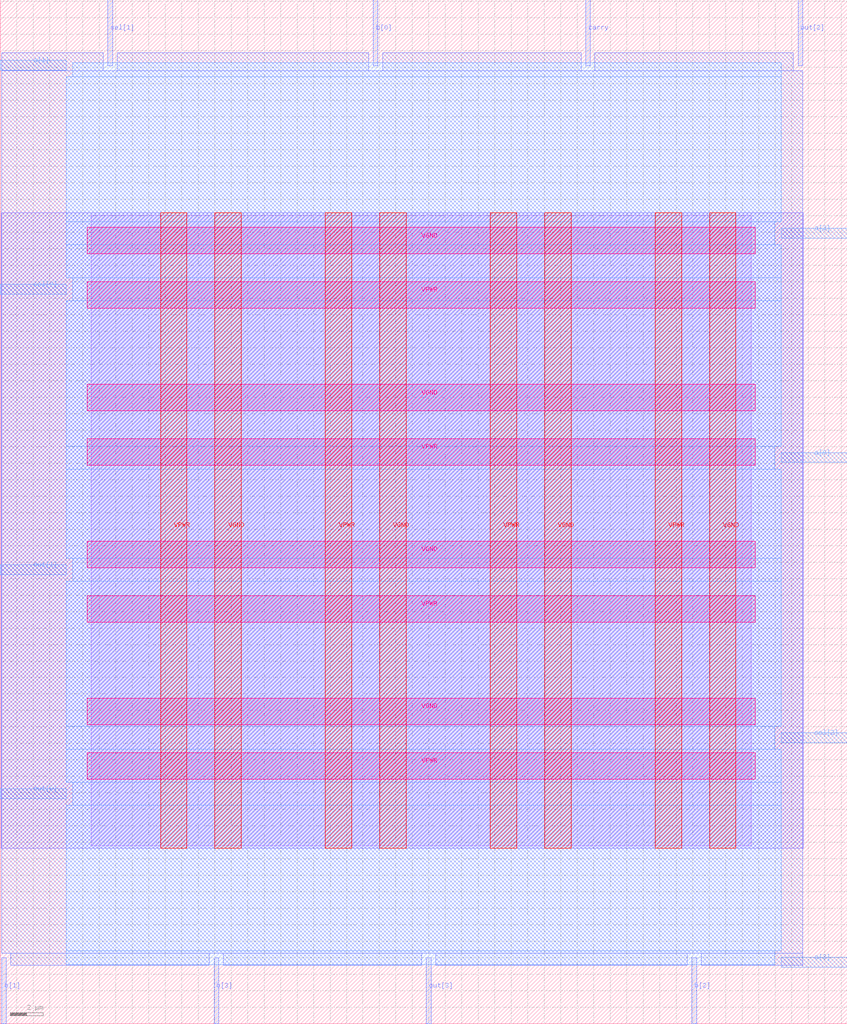
<source format=lef>
VERSION 5.7 ;
  NOWIREEXTENSIONATPIN ON ;
  DIVIDERCHAR "/" ;
  BUSBITCHARS "[]" ;
MACRO alu
  CLASS BLOCK ;
  FOREIGN alu ;
  ORIGIN 0.000 0.000 ;
  SIZE 51.370 BY 62.090 ;
  PIN VGND
    DIRECTION INOUT ;
    USE GROUND ;
    PORT
      LAYER met4 ;
        RECT 13.020 10.640 14.620 49.200 ;
    END
    PORT
      LAYER met4 ;
        RECT 23.020 10.640 24.620 49.200 ;
    END
    PORT
      LAYER met4 ;
        RECT 33.020 10.640 34.620 49.200 ;
    END
    PORT
      LAYER met4 ;
        RECT 43.020 10.640 44.620 49.200 ;
    END
    PORT
      LAYER met5 ;
        RECT 5.280 18.140 45.780 19.740 ;
    END
    PORT
      LAYER met5 ;
        RECT 5.280 27.660 45.780 29.260 ;
    END
    PORT
      LAYER met5 ;
        RECT 5.280 37.180 45.780 38.780 ;
    END
    PORT
      LAYER met5 ;
        RECT 5.280 46.700 45.780 48.300 ;
    END
  END VGND
  PIN VPWR
    DIRECTION INOUT ;
    USE POWER ;
    PORT
      LAYER met4 ;
        RECT 9.720 10.640 11.320 49.200 ;
    END
    PORT
      LAYER met4 ;
        RECT 19.720 10.640 21.320 49.200 ;
    END
    PORT
      LAYER met4 ;
        RECT 29.720 10.640 31.320 49.200 ;
    END
    PORT
      LAYER met4 ;
        RECT 39.720 10.640 41.320 49.200 ;
    END
    PORT
      LAYER met5 ;
        RECT 5.280 14.840 45.780 16.440 ;
    END
    PORT
      LAYER met5 ;
        RECT 5.280 24.360 45.780 25.960 ;
    END
    PORT
      LAYER met5 ;
        RECT 5.280 33.880 45.780 35.480 ;
    END
    PORT
      LAYER met5 ;
        RECT 5.280 43.400 45.780 45.000 ;
    END
  END VPWR
  PIN a[0]
    DIRECTION INPUT ;
    USE SIGNAL ;
    ANTENNAGATEAREA 0.196500 ;
    PORT
      LAYER met3 ;
        RECT 47.370 34.040 51.370 34.640 ;
    END
  END a[0]
  PIN a[1]
    DIRECTION INPUT ;
    USE SIGNAL ;
    ANTENNAGATEAREA 0.213000 ;
    PORT
      LAYER met3 ;
        RECT 0.000 57.840 4.000 58.440 ;
    END
  END a[1]
  PIN a[2]
    DIRECTION INPUT ;
    USE SIGNAL ;
    ANTENNAGATEAREA 0.196500 ;
    PORT
      LAYER met3 ;
        RECT 47.370 47.640 51.370 48.240 ;
    END
  END a[2]
  PIN a[3]
    DIRECTION INPUT ;
    USE SIGNAL ;
    ANTENNAGATEAREA 0.196500 ;
    PORT
      LAYER met3 ;
        RECT 47.370 3.440 51.370 4.040 ;
    END
  END a[3]
  PIN b[0]
    DIRECTION INPUT ;
    USE SIGNAL ;
    ANTENNAGATEAREA 0.196500 ;
    PORT
      LAYER met2 ;
        RECT 22.630 58.090 22.910 62.090 ;
    END
  END b[0]
  PIN b[1]
    DIRECTION INPUT ;
    USE SIGNAL ;
    ANTENNAGATEAREA 0.213000 ;
    PORT
      LAYER met2 ;
        RECT 0.090 0.000 0.370 4.000 ;
    END
  END b[1]
  PIN b[2]
    DIRECTION INPUT ;
    USE SIGNAL ;
    ANTENNAGATEAREA 0.196500 ;
    PORT
      LAYER met2 ;
        RECT 41.950 0.000 42.230 4.000 ;
    END
  END b[2]
  PIN b[3]
    DIRECTION INPUT ;
    USE SIGNAL ;
    ANTENNAGATEAREA 0.196500 ;
    PORT
      LAYER met2 ;
        RECT 12.970 0.000 13.250 4.000 ;
    END
  END b[3]
  PIN carry
    DIRECTION OUTPUT TRISTATE ;
    USE SIGNAL ;
    ANTENNADIFFAREA 0.795200 ;
    PORT
      LAYER met2 ;
        RECT 35.510 58.090 35.790 62.090 ;
    END
  END carry
  PIN out[0]
    DIRECTION OUTPUT TRISTATE ;
    USE SIGNAL ;
    ANTENNADIFFAREA 0.795200 ;
    PORT
      LAYER met3 ;
        RECT 0.000 13.640 4.000 14.240 ;
    END
  END out[0]
  PIN out[1]
    DIRECTION OUTPUT TRISTATE ;
    USE SIGNAL ;
    ANTENNADIFFAREA 0.795200 ;
    PORT
      LAYER met3 ;
        RECT 0.000 27.240 4.000 27.840 ;
    END
  END out[1]
  PIN out[2]
    DIRECTION OUTPUT TRISTATE ;
    USE SIGNAL ;
    ANTENNADIFFAREA 0.795200 ;
    PORT
      LAYER met2 ;
        RECT 48.390 58.090 48.670 62.090 ;
    END
  END out[2]
  PIN out[3]
    DIRECTION OUTPUT TRISTATE ;
    USE SIGNAL ;
    ANTENNADIFFAREA 0.795200 ;
    PORT
      LAYER met2 ;
        RECT 25.850 0.000 26.130 4.000 ;
    END
  END out[3]
  PIN sel[0]
    DIRECTION INPUT ;
    USE SIGNAL ;
    ANTENNAGATEAREA 0.126000 ;
    PORT
      LAYER met3 ;
        RECT 0.000 44.240 4.000 44.840 ;
    END
  END sel[0]
  PIN sel[1]
    DIRECTION INPUT ;
    USE SIGNAL ;
    ANTENNAGATEAREA 0.213000 ;
    PORT
      LAYER met2 ;
        RECT 6.530 58.090 6.810 62.090 ;
    END
  END sel[1]
  PIN sel[2]
    DIRECTION INPUT ;
    USE SIGNAL ;
    ANTENNAGATEAREA 0.196500 ;
    PORT
      LAYER met3 ;
        RECT 47.370 17.040 51.370 17.640 ;
    END
  END sel[2]
  OBS
      LAYER li1 ;
        RECT 5.520 10.795 45.540 49.045 ;
      LAYER met1 ;
        RECT 0.070 10.640 48.690 49.200 ;
      LAYER met2 ;
        RECT 0.100 57.810 6.250 58.890 ;
        RECT 7.090 57.810 22.350 58.890 ;
        RECT 23.190 57.810 35.230 58.890 ;
        RECT 36.070 57.810 48.110 58.890 ;
        RECT 0.100 4.280 48.660 57.810 ;
        RECT 0.650 3.555 12.690 4.280 ;
        RECT 13.530 3.555 25.570 4.280 ;
        RECT 26.410 3.555 41.670 4.280 ;
        RECT 42.510 3.555 48.660 4.280 ;
      LAYER met3 ;
        RECT 4.400 57.440 47.370 58.290 ;
        RECT 4.000 48.640 47.370 57.440 ;
        RECT 4.000 47.240 46.970 48.640 ;
        RECT 4.000 45.240 47.370 47.240 ;
        RECT 4.400 43.840 47.370 45.240 ;
        RECT 4.000 35.040 47.370 43.840 ;
        RECT 4.000 33.640 46.970 35.040 ;
        RECT 4.000 28.240 47.370 33.640 ;
        RECT 4.400 26.840 47.370 28.240 ;
        RECT 4.000 18.040 47.370 26.840 ;
        RECT 4.000 16.640 46.970 18.040 ;
        RECT 4.000 14.640 47.370 16.640 ;
        RECT 4.400 13.240 47.370 14.640 ;
        RECT 4.000 4.440 47.370 13.240 ;
        RECT 4.000 3.575 46.970 4.440 ;
  END
END alu
END LIBRARY


</source>
